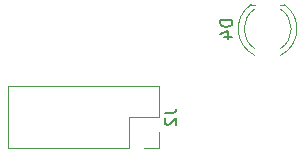
<source format=gbo>
G04 #@! TF.GenerationSoftware,KiCad,Pcbnew,(5.1.9)-1*
G04 #@! TF.CreationDate,2021-10-23T20:05:05+01:00*
G04 #@! TF.ProjectId,Snare+Hihat,536e6172-652b-4486-9968-61742e6b6963,rev?*
G04 #@! TF.SameCoordinates,Original*
G04 #@! TF.FileFunction,Legend,Bot*
G04 #@! TF.FilePolarity,Positive*
%FSLAX46Y46*%
G04 Gerber Fmt 4.6, Leading zero omitted, Abs format (unit mm)*
G04 Created by KiCad (PCBNEW (5.1.9)-1) date 2021-10-23 20:05:05*
%MOMM*%
%LPD*%
G01*
G04 APERTURE LIST*
%ADD10C,0.120000*%
%ADD11C,0.150000*%
%ADD12O,1.600000X1.600000*%
%ADD13C,1.600000*%
%ADD14R,1.600000X1.600000*%
%ADD15R,1.500000X1.050000*%
%ADD16O,1.500000X1.050000*%
%ADD17O,1.700000X1.700000*%
%ADD18R,1.700000X1.700000*%
%ADD19O,2.000000X2.000000*%
%ADD20C,2.000000*%
%ADD21C,1.800000*%
%ADD22R,1.800000X1.800000*%
G04 APERTURE END LIST*
D10*
X56330000Y-45330000D02*
X56330000Y-44000000D01*
X55000000Y-45330000D02*
X56330000Y-45330000D01*
X56330000Y-42730000D02*
X56330000Y-40130000D01*
X53730000Y-42730000D02*
X56330000Y-42730000D01*
X53730000Y-45330000D02*
X53730000Y-42730000D01*
X56330000Y-40130000D02*
X43510000Y-40130000D01*
X53730000Y-45330000D02*
X43510000Y-45330000D01*
X43510000Y-45330000D02*
X43510000Y-40130000D01*
X66580000Y-33210000D02*
X66899000Y-33210000D01*
X64101000Y-33210000D02*
X64420000Y-33210000D01*
X66580961Y-36952713D02*
G75*
G03*
X66580000Y-33586670I-1080961J1682713D01*
G01*
X64419039Y-36952713D02*
G75*
G02*
X64420000Y-33586670I1080961J1682713D01*
G01*
X66580724Y-37513242D02*
G75*
G03*
X66898749Y-33210000I-1080724J2243242D01*
G01*
X64419276Y-37513242D02*
G75*
G02*
X64101251Y-33210000I1080724J2243242D01*
G01*
D11*
X56782380Y-42396666D02*
X57496666Y-42396666D01*
X57639523Y-42349047D01*
X57734761Y-42253809D01*
X57782380Y-42110952D01*
X57782380Y-42015714D01*
X56877619Y-42825238D02*
X56830000Y-42872857D01*
X56782380Y-42968095D01*
X56782380Y-43206190D01*
X56830000Y-43301428D01*
X56877619Y-43349047D01*
X56972857Y-43396666D01*
X57068095Y-43396666D01*
X57210952Y-43349047D01*
X57782380Y-42777619D01*
X57782380Y-43396666D01*
X62492380Y-34531904D02*
X61492380Y-34531904D01*
X61492380Y-34770000D01*
X61540000Y-34912857D01*
X61635238Y-35008095D01*
X61730476Y-35055714D01*
X61920952Y-35103333D01*
X62063809Y-35103333D01*
X62254285Y-35055714D01*
X62349523Y-35008095D01*
X62444761Y-34912857D01*
X62492380Y-34770000D01*
X62492380Y-34531904D01*
X61825714Y-35960476D02*
X62492380Y-35960476D01*
X61444761Y-35722380D02*
X62159047Y-35484285D01*
X62159047Y-36103333D01*
%LPC*%
D12*
X43600000Y-57000000D03*
D13*
X33440000Y-57000000D03*
X53500000Y-114000000D03*
D14*
X53500000Y-116000000D03*
D13*
X46500000Y-114000000D03*
D14*
X46500000Y-116000000D03*
D12*
X53870000Y-56920000D03*
X46250000Y-64540000D03*
X53870000Y-59460000D03*
X46250000Y-62000000D03*
X53870000Y-62000000D03*
X46250000Y-59460000D03*
X53870000Y-64540000D03*
D14*
X46250000Y-56920000D03*
D12*
X66660000Y-74000000D03*
D13*
X56500000Y-74000000D03*
D12*
X66660000Y-57000000D03*
D13*
X56500000Y-57000000D03*
D12*
X66660000Y-60000000D03*
D13*
X56500000Y-60000000D03*
D12*
X66660000Y-63000000D03*
D13*
X56500000Y-63000000D03*
D12*
X32000000Y-129660000D03*
D13*
X32000000Y-119500000D03*
D12*
X48000000Y-130160000D03*
D13*
X48000000Y-120000000D03*
D12*
X36500000Y-135660000D03*
D13*
X36500000Y-125500000D03*
D12*
X38500000Y-84340000D03*
D13*
X38500000Y-94500000D03*
D12*
X33000000Y-74000000D03*
D13*
X43160000Y-74000000D03*
D12*
X33440000Y-60100000D03*
D13*
X43600000Y-60100000D03*
D12*
X33440000Y-63200000D03*
D13*
X43600000Y-63200000D03*
D12*
X65500000Y-40000000D03*
D13*
X65500000Y-50160000D03*
D12*
X68000000Y-129660000D03*
D13*
X68000000Y-119500000D03*
D12*
X52000000Y-130160000D03*
D13*
X52000000Y-120000000D03*
D12*
X64000000Y-136160000D03*
D13*
X64000000Y-126000000D03*
D12*
X65500000Y-83340000D03*
D13*
X65500000Y-93500000D03*
D15*
X41500000Y-128040000D03*
D16*
X41500000Y-125500000D03*
X41500000Y-126770000D03*
D15*
X41500000Y-122540000D03*
D16*
X41500000Y-120000000D03*
X41500000Y-121270000D03*
D15*
X36500000Y-122540000D03*
D16*
X36500000Y-120000000D03*
X36500000Y-121270000D03*
D15*
X59000000Y-128500000D03*
D16*
X59000000Y-125960000D03*
X59000000Y-127230000D03*
D15*
X59000000Y-123000000D03*
D16*
X59000000Y-120460000D03*
X59000000Y-121730000D03*
D15*
X64000000Y-123040000D03*
D16*
X64000000Y-120500000D03*
X64000000Y-121770000D03*
D17*
X32000000Y-116280000D03*
X32000000Y-113740000D03*
X32000000Y-111200000D03*
X32000000Y-108660000D03*
X32000000Y-106120000D03*
X32000000Y-103580000D03*
X32000000Y-101040000D03*
D18*
X32000000Y-98500000D03*
D17*
X68000000Y-116280000D03*
X68000000Y-113740000D03*
X68000000Y-111200000D03*
X68000000Y-108660000D03*
X68000000Y-106120000D03*
X68000000Y-103580000D03*
X68000000Y-101040000D03*
D18*
X68000000Y-98500000D03*
D17*
X44840000Y-41460000D03*
X44840000Y-44000000D03*
X47380000Y-41460000D03*
X47380000Y-44000000D03*
X49920000Y-41460000D03*
X49920000Y-44000000D03*
X52460000Y-41460000D03*
X52460000Y-44000000D03*
X55000000Y-41460000D03*
D18*
X55000000Y-44000000D03*
D19*
X39500000Y-41300000D03*
D20*
X39500000Y-54000000D03*
D19*
X60000000Y-41300000D03*
D20*
X60000000Y-54000000D03*
D12*
X45000000Y-120000000D03*
D14*
X45000000Y-127620000D03*
D12*
X35000000Y-89500000D03*
D14*
X35000000Y-81880000D03*
D12*
X32500000Y-81880000D03*
D14*
X32500000Y-89500000D03*
D21*
X65500000Y-36540000D03*
D22*
X65500000Y-34000000D03*
D12*
X55000000Y-120000000D03*
D14*
X55000000Y-127620000D03*
D12*
X62000000Y-88500000D03*
D14*
X62000000Y-80880000D03*
D12*
X59000000Y-80880000D03*
D14*
X59000000Y-88500000D03*
D13*
X61700000Y-66000000D03*
X56700000Y-66000000D03*
X66500000Y-66000000D03*
X66500000Y-71000000D03*
X61700000Y-69000000D03*
X56700000Y-69000000D03*
X40000000Y-135000000D03*
X45000000Y-135000000D03*
X40000000Y-132000000D03*
X45000000Y-132000000D03*
X39500000Y-79000000D03*
D14*
X39500000Y-81000000D03*
D13*
X34000000Y-92500000D03*
D14*
X34000000Y-94500000D03*
D13*
X33500000Y-71000000D03*
X33500000Y-66000000D03*
X43400000Y-66300000D03*
X38400000Y-66300000D03*
X60000000Y-135000000D03*
X55000000Y-135000000D03*
X60000000Y-132000000D03*
X55000000Y-132000000D03*
X66500000Y-78000000D03*
D14*
X66500000Y-80000000D03*
D13*
X45000000Y-51500000D03*
D14*
X47000000Y-51500000D03*
D13*
X54000000Y-50500000D03*
D14*
X54000000Y-52500000D03*
D13*
X61000000Y-91500000D03*
D14*
X61000000Y-93500000D03*
M02*

</source>
